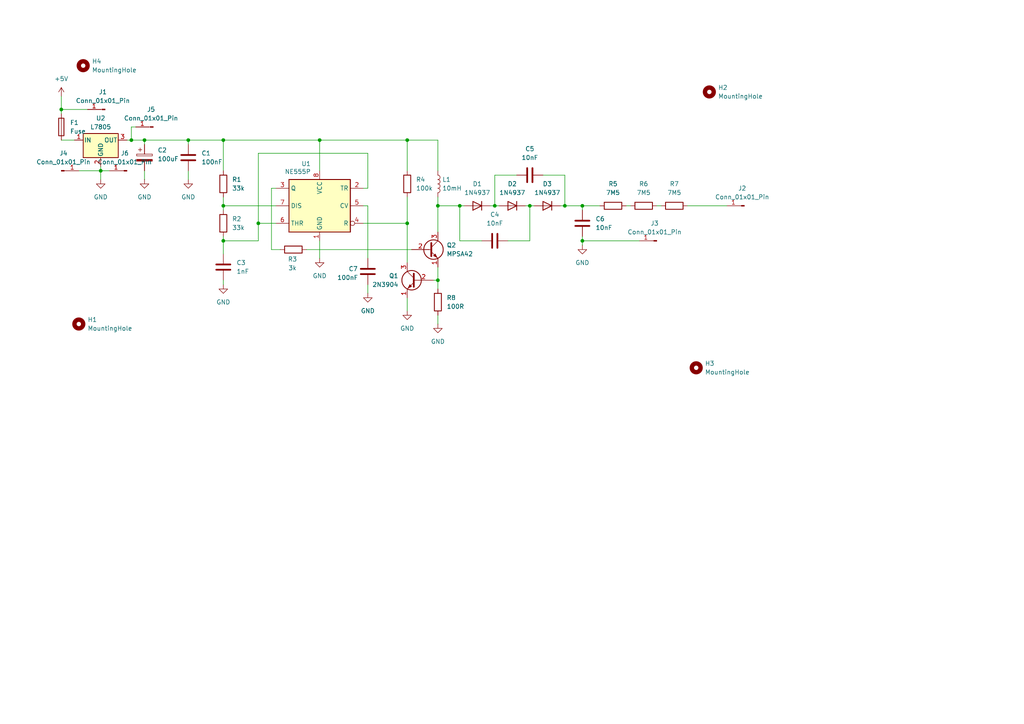
<source format=kicad_sch>
(kicad_sch (version 20231120) (generator "eeschema") (generator_version "8.0")
  (paper "A4")
  (lib_symbols
    (symbol "Connector:Conn_01x01_Pin" (pin_names (offset 1.016) hide)
      (property "Reference" "J" (at 0 2.54 0))
      (property "Value" "Conn_01x01_Pin" (at 0 -2.54 0))
      (symbol "Conn_01x01_Pin_1_1"
        (polyline (pts (xy 1.27 0) (xy 0.8636 0)) (stroke (width 0.1524)))
        (rectangle (start 0.8636 0.127) (end 0 -0.127) (stroke (width 0.1524)) (fill (type outline)))
        (pin passive line (at 5.08 0 180) (length 3.81) (name "Pin_1") (number "1"))
      )
    )
    (symbol "Device:C" (pin_numbers hide) (pin_names (offset 0.254))
      (property "Reference" "C" (at 0.635 2.54 0))
      (property "Value" "C" (at 0.635 -2.54 0))
      (symbol "C_0_1"
        (polyline (pts (xy -2.032 -0.762) (xy 2.032 -0.762)) (stroke (width 0.508)))
        (polyline (pts (xy -2.032 0.762) (xy 2.032 0.762)) (stroke (width 0.508)))
      )
      (symbol "C_1_1"
        (pin passive line (at 0 3.81 270) (length 2.794) (name "~") (number "1"))
        (pin passive line (at 0 -3.81 90) (length 2.794) (name "~") (number "2"))
      )
    )
    (symbol "Device:C_Polarized" (pin_numbers hide) (pin_names (offset 0.254))
      (property "Reference" "C" (at 0.635 2.54 0))
      (property "Value" "C_Polarized" (at 0.635 -2.54 0))
      (symbol "C_Polarized_0_1"
        (rectangle (start -2.286 0.508) (end 2.286 1.016))
        (polyline (pts (xy -1.778 2.286) (xy -0.762 2.286)))
        (polyline (pts (xy -1.27 2.794) (xy -1.27 1.778)))
        (rectangle (start 2.286 -0.508) (end -2.286 -1.016) (fill (type outline)))
      )
      (symbol "C_Polarized_1_1"
        (pin passive line (at 0 3.81 270) (length 2.794) (name "~") (number "1"))
        (pin passive line (at 0 -3.81 90) (length 2.794) (name "~") (number "2"))
      )
    )
    (symbol "Device:D" (pin_numbers hide) (pin_names (offset 1.016) hide)
      (property "Reference" "D" (at 0 2.54 0))
      (property "Value" "D" (at 0 -2.54 0))
      (symbol "D_0_1"
        (polyline (pts (xy -1.27 1.27) (xy -1.27 -1.27)) (stroke (width 0.254)))
        (polyline (pts (xy 1.27 0) (xy -1.27 0)))
        (polyline (pts (xy 1.27 1.27) (xy 1.27 -1.27) (xy -1.27 0) (xy 1.27 1.27)) (stroke (width 0.254)))
      )
      (symbol "D_1_1"
        (pin passive line (at -3.81 0 0) (length 2.54) (name "K") (number "1"))
        (pin passive line (at 3.81 0 180) (length 2.54) (name "A") (number "2"))
      )
    )
    (symbol "Device:Fuse" (pin_numbers hide) (pin_names (offset 0))
      (property "Reference" "F" (at 2.032 0 90))
      (property "Value" "Fuse" (at -1.905 0 90))
      (symbol "Fuse_0_1"
        (rectangle (start -0.762 -2.54) (end 0.762 2.54) (stroke (width 0.254)))
        (polyline (pts (xy 0 2.54) (xy 0 -2.54)))
      )
      (symbol "Fuse_1_1"
        (pin passive line (at 0 3.81 270) (length 1.27) (name "~") (number "1"))
        (pin passive line (at 0 -3.81 90) (length 1.27) (name "~") (number "2"))
      )
    )
    (symbol "Device:L" (pin_numbers hide) (pin_names (offset 1.016) hide)
      (property "Reference" "L" (at -1.27 0 90))
      (property "Value" "L" (at 1.905 0 90))
      (symbol "L_0_1"
        (arc (start 0 -2.54) (mid 0.6323 -1.905) (end 0 -1.27))
        (arc (start 0 -1.27) (mid 0.6323 -0.635) (end 0 0))
        (arc (start 0 0) (mid 0.6323 0.635) (end 0 1.27))
        (arc (start 0 1.27) (mid 0.6323 1.905) (end 0 2.54))
      )
      (symbol "L_1_1"
        (pin passive line (at 0 3.81 270) (length 1.27) (name "1") (number "1"))
        (pin passive line (at 0 -3.81 90) (length 1.27) (name "2") (number "2"))
      )
    )
    (symbol "Device:R" (pin_numbers hide) (pin_names (offset 0))
      (property "Reference" "R" (at 2.032 0 90))
      (property "Value" "R" (at 0 0 90))
      (symbol "R_0_1"
        (rectangle (start -1.016 -2.54) (end 1.016 2.54) (stroke (width 0.254)))
      )
      (symbol "R_1_1"
        (pin passive line (at 0 3.81 270) (length 1.27) (name "~") (number "1"))
        (pin passive line (at 0 -3.81 90) (length 1.27) (name "~") (number "2"))
      )
    )
    (symbol "Mechanical:MountingHole" (pin_names (offset 1.016)) (exclude_from_sim yes) (in_bom no)
      (property "Reference" "H" (at 0 5.08 0))
      (property "Value" "MountingHole" (at 0 3.175 0))
      (symbol "MountingHole_0_1"
        (circle (center 0 0) (radius 1.27) (stroke (width 1.27)))
      )
    )
    (symbol "Regulator_Linear:L7805" (pin_names (offset 0.254))
      (property "Reference" "U" (at -3.81 3.175 0))
      (property "Value" "L7805" (at 0 3.175 0))
      (symbol "L7805_0_1"
        (rectangle (start -5.08 1.905) (end 5.08 -5.08) (stroke (width 0.254)) (fill (type background)))
      )
      (symbol "L7805_1_1"
        (pin power_in line (at -7.62 0 0) (length 2.54) (name "IN") (number "1"))
        (pin power_in line (at 0 -7.62 90) (length 2.54) (name "GND") (number "2"))
        (pin power_out line (at 7.62 0 180) (length 2.54) (name "OUT") (number "3"))
      )
    )
    (symbol "Timer:NE555P"
      (property "Reference" "U" (at -10.16 8.89 0))
      (property "Value" "NE555P" (at 2.54 8.89 0))
      (symbol "NE555P_0_0"
        (pin power_in line (at 0 -10.16 90) (length 2.54) (name "GND") (number "1"))
        (pin power_in line (at 0 10.16 270) (length 2.54) (name "VCC") (number "8"))
      )
      (symbol "NE555P_0_1"
        (rectangle (start -8.89 -7.62) (end 8.89 7.62) (stroke (width 0.254)) (fill (type background)))
        (rectangle (start -8.89 -7.62) (end 8.89 7.62) (stroke (width 0.254)) (fill (type background)))
      )
      (symbol "NE555P_1_1"
        (pin input line (at -12.7 5.08 0) (length 3.81) (name "TR") (number "2"))
        (pin output line (at 12.7 5.08 180) (length 3.81) (name "Q") (number "3"))
        (pin input inverted (at -12.7 -5.08 0) (length 3.81) (name "R") (number "4"))
        (pin input line (at -12.7 0 0) (length 3.81) (name "CV") (number "5"))
        (pin input line (at 12.7 -5.08 180) (length 3.81) (name "THR") (number "6"))
        (pin input line (at 12.7 0 180) (length 3.81) (name "DIS") (number "7"))
      )
    )
    (symbol "Transistor_BJT:2N3904" (pin_names (offset 0) hide)
      (property "Reference" "Q" (at 5.08 1.905 0))
      (property "Value" "2N3904" (at 5.08 0 0))
      (symbol "2N3904_0_1"
        (polyline (pts (xy 0.635 0.635) (xy 2.54 2.54)))
        (polyline (pts (xy 0.635 -0.635) (xy 2.54 -2.54) (xy 2.54 -2.54)))
        (polyline (pts (xy 0.635 1.905) (xy 0.635 -1.905) (xy 0.635 -1.905)) (stroke (width 0.508)))
        (polyline (pts (xy 1.27 -1.778) (xy 1.778 -1.27) (xy 2.286 -2.286) (xy 1.27 -1.778) (xy 1.27 -1.778)) (fill (type outline)))
        (circle (center 1.27 0) (radius 2.8194) (stroke (width 0.254)))
      )
      (symbol "2N3904_1_1"
        (pin passive line (at 2.54 -5.08 90) (length 2.54) (name "E") (number "1"))
        (pin passive line (at -5.08 0 0) (length 5.715) (name "B") (number "2"))
        (pin passive line (at 2.54 5.08 270) (length 2.54) (name "C") (number "3"))
      )
    )
    (symbol "Transistor_BJT:MPSA42" (pin_names (offset 1.016) hide)
      (property "Reference" "Q" (at 5.08 1.905 0))
      (property "Value" "MPSA42" (at 5.08 0 0))
      (symbol "MPSA42_0_1"
        (polyline (pts (xy 0 0) (xy 0.635 0)))
        (polyline (pts (xy 0.635 0.635) (xy 2.54 2.54)))
        (polyline (pts (xy 0.635 -0.635) (xy 2.54 -2.54) (xy 2.54 -2.54)))
        (polyline (pts (xy 0.635 1.905) (xy 0.635 -1.905) (xy 0.635 -1.905)) (stroke (width 0.508)))
        (polyline (pts (xy 1.27 -1.778) (xy 1.778 -1.27) (xy 2.286 -2.286) (xy 1.27 -1.778) (xy 1.27 -1.778)) (fill (type outline)))
        (circle (center 1.27 0) (radius 2.8194) (stroke (width 0.254)))
      )
      (symbol "MPSA42_1_1"
        (pin passive line (at 2.54 -5.08 90) (length 2.54) (name "E") (number "1"))
        (pin input line (at -5.08 0 0) (length 5.08) (name "B") (number "2"))
        (pin passive line (at 2.54 5.08 270) (length 2.54) (name "C") (number "3"))
      )
    )
    (symbol "power:+5V" (power) (pin_numbers hide) (pin_names (offset 0) hide)
      (property "Value" "+5V" (at 0 3.556 0))
      (symbol "+5V_0_1"
        (polyline (pts (xy -0.762 1.27) (xy 0 2.54)))
        (polyline (pts (xy 0 0) (xy 0 2.54)))
        (polyline (pts (xy 0 2.54) (xy 0.762 1.27)))
      )
      (symbol "+5V_1_1"
        (pin power_in line (at 0 0 90) (length 0) (name "~") (number "1"))
      )
    )
    (symbol "power:GND" (power) (pin_numbers hide) (pin_names (offset 0) hide)
      (property "Value" "GND" (at 0 -3.81 0))
      (symbol "GND_0_1"
        (polyline (pts (xy 0 0) (xy 0 -1.27) (xy 1.27 -1.27) (xy 0 -2.54) (xy -1.27 -1.27) (xy 0 -1.27)))
      )
      (symbol "GND_1_1"
        (pin power_in line (at 0 0 270) (length 0) (name "~") (number "1"))
      )
    )
  )
  (junction (at 41.91 40.64))
  (junction (at 118.11 64.77))
  (junction (at 153.67 59.69))
  (junction (at 163.83 59.69))
  (junction (at 168.91 69.85))
  (junction (at 127 81.28))
  (junction (at 54.61 40.64))
  (junction (at 64.77 69.85))
  (junction (at 168.91 59.69))
  (junction (at 64.77 40.64))
  (junction (at 29.21 49.53))
  (junction (at 92.71 40.64))
  (junction (at 143.51 59.69))
  (junction (at 38.1 40.64))
  (junction (at 127 59.69))
  (junction (at 118.11 40.64))
  (junction (at 74.93 64.77))
  (junction (at 17.78 31.75))
  (junction (at 64.77 59.69))
  (junction (at 133.35 59.69))
  (wire (pts (xy 118.11 86.36) (xy 118.11 90.17)))
  (wire (pts (xy 92.71 74.93) (xy 92.71 69.85)))
  (wire (pts (xy 74.93 64.77) (xy 80.01 64.77)))
  (wire (pts (xy 106.68 82.55) (xy 106.68 85.09)))
  (wire (pts (xy 133.35 59.69) (xy 134.62 59.69)))
  (wire (pts (xy 127 81.28) (xy 127 77.47)))
  (wire (pts (xy 64.77 40.64) (xy 64.77 49.53)))
  (wire (pts (xy 139.7 69.85) (xy 133.35 69.85)))
  (wire (pts (xy 105.41 64.77) (xy 118.11 64.77)))
  (wire (pts (xy 78.74 54.61) (xy 78.74 72.39)))
  (wire (pts (xy 105.41 54.61) (xy 106.68 54.61)))
  (wire (pts (xy 80.01 54.61) (xy 78.74 54.61)))
  (wire (pts (xy 181.61 59.69) (xy 182.88 59.69)))
  (wire (pts (xy 38.1 40.64) (xy 36.83 40.64)))
  (wire (pts (xy 54.61 52.07) (xy 54.61 49.53)))
  (wire (pts (xy 92.71 40.64) (xy 118.11 40.64)))
  (wire (pts (xy 118.11 64.77) (xy 118.11 76.2)))
  (wire (pts (xy 168.91 59.69) (xy 173.99 59.69)))
  (wire (pts (xy 162.56 59.69) (xy 163.83 59.69)))
  (wire (pts (xy 143.51 59.69) (xy 144.78 59.69)))
  (wire (pts (xy 163.83 50.8) (xy 163.83 59.69)))
  (wire (pts (xy 118.11 57.15) (xy 118.11 64.77)))
  (wire (pts (xy 157.48 50.8) (xy 163.83 50.8)))
  (wire (pts (xy 127 59.69) (xy 127 67.31)))
  (wire (pts (xy 17.78 31.75) (xy 25.4 31.75)))
  (wire (pts (xy 17.78 27.94) (xy 17.78 31.75)))
  (wire (pts (xy 152.4 59.69) (xy 153.67 59.69)))
  (wire (pts (xy 168.91 69.85) (xy 168.91 68.58)))
  (wire (pts (xy 143.51 50.8) (xy 143.51 59.69)))
  (wire (pts (xy 29.21 49.53) (xy 29.21 48.26)))
  (wire (pts (xy 41.91 40.64) (xy 54.61 40.64)))
  (wire (pts (xy 74.93 44.45) (xy 106.68 44.45)))
  (wire (pts (xy 199.39 59.69) (xy 210.82 59.69)))
  (wire (pts (xy 64.77 68.58) (xy 64.77 69.85)))
  (wire (pts (xy 142.24 59.69) (xy 143.51 59.69)))
  (wire (pts (xy 74.93 64.77) (xy 74.93 44.45)))
  (wire (pts (xy 106.68 59.69) (xy 105.41 59.69)))
  (wire (pts (xy 64.77 59.69) (xy 64.77 60.96)))
  (wire (pts (xy 41.91 40.64) (xy 41.91 41.91)))
  (wire (pts (xy 153.67 69.85) (xy 153.67 59.69)))
  (wire (pts (xy 64.77 59.69) (xy 80.01 59.69)))
  (wire (pts (xy 17.78 31.75) (xy 17.78 33.02)))
  (wire (pts (xy 92.71 40.64) (xy 92.71 49.53)))
  (wire (pts (xy 64.77 69.85) (xy 74.93 69.85)))
  (wire (pts (xy 41.91 40.64) (xy 38.1 40.64)))
  (wire (pts (xy 38.1 36.83) (xy 38.1 40.64)))
  (wire (pts (xy 127 81.28) (xy 125.73 81.28)))
  (wire (pts (xy 118.11 40.64) (xy 127 40.64)))
  (wire (pts (xy 31.75 49.53) (xy 29.21 49.53)))
  (wire (pts (xy 22.86 49.53) (xy 29.21 49.53)))
  (wire (pts (xy 168.91 59.69) (xy 168.91 60.96)))
  (wire (pts (xy 127 81.28) (xy 127 83.82)))
  (wire (pts (xy 39.37 36.83) (xy 38.1 36.83)))
  (wire (pts (xy 127 59.69) (xy 133.35 59.69)))
  (wire (pts (xy 153.67 59.69) (xy 154.94 59.69)))
  (wire (pts (xy 88.9 72.39) (xy 119.38 72.39)))
  (wire (pts (xy 149.86 50.8) (xy 143.51 50.8)))
  (wire (pts (xy 64.77 69.85) (xy 64.77 73.66)))
  (wire (pts (xy 127 40.64) (xy 127 49.53)))
  (wire (pts (xy 29.21 52.07) (xy 29.21 49.53)))
  (wire (pts (xy 133.35 69.85) (xy 133.35 59.69)))
  (wire (pts (xy 190.5 59.69) (xy 191.77 59.69)))
  (wire (pts (xy 147.32 69.85) (xy 153.67 69.85)))
  (wire (pts (xy 127 57.15) (xy 127 59.69)))
  (wire (pts (xy 41.91 49.53) (xy 41.91 52.07)))
  (wire (pts (xy 168.91 69.85) (xy 185.42 69.85)))
  (wire (pts (xy 54.61 40.64) (xy 54.61 41.91)))
  (wire (pts (xy 74.93 69.85) (xy 74.93 64.77)))
  (wire (pts (xy 168.91 71.12) (xy 168.91 69.85)))
  (wire (pts (xy 17.78 40.64) (xy 21.59 40.64)))
  (wire (pts (xy 163.83 59.69) (xy 168.91 59.69)))
  (wire (pts (xy 118.11 40.64) (xy 118.11 49.53)))
  (wire (pts (xy 64.77 57.15) (xy 64.77 59.69)))
  (wire (pts (xy 106.68 74.93) (xy 106.68 59.69)))
  (wire (pts (xy 127 91.44) (xy 127 93.98)))
  (wire (pts (xy 54.61 40.64) (xy 64.77 40.64)))
  (wire (pts (xy 78.74 72.39) (xy 81.28 72.39)))
  (wire (pts (xy 64.77 40.64) (xy 92.71 40.64)))
  (wire (pts (xy 64.77 82.55) (xy 64.77 81.28)))
  (wire (pts (xy 106.68 44.45) (xy 106.68 54.61)))
  (symbol (lib_id "power:+5V") (at 17.78 27.94 0) (unit 1)
    (property "Reference" "#PWR01" (effects (hide yes)))
    (property "Value" "+5V" (at 17.78 22.86 0))
    (property "Description" "Power symbol creates a global label with name \"+5V\"" (effects (hide yes)))
  )
  (symbol (lib_id "Mechanical:MountingHole") (at 205.74 26.67 0) (unit 1) (exclude_from_sim yes) (in_bom no)
    (property "Reference" "H2" (at 208.28 25.3999 0) (effects (justify left)))
    (property "Value" "MountingHole" (at 208.28 27.9399 0) (effects (justify left)))
    (property "Footprint" "MountingHole:MountingHole_3.2mm_M3" (effects (hide yes)))
    (property "Description" "Mounting Hole without connection" (effects (hide yes)))
  )
  (symbol (lib_id "Connector:Conn_01x01_Pin") (at 36.83 49.53 0) (mirror y) (unit 1)
    (property "Reference" "J6" (at 36.195 44.45 0))
    (property "Value" "Conn_01x01_Pin" (at 36.195 46.99 0))
    (property "Footprint" "Connector_Wire:SolderWire-1sqmm_1x01_D1.4mm_OD3.9mm" (effects (hide yes)))
    (property "Description" "Generic connector, single row, 01x01, script generated" (effects (hide yes)))
  )
  (symbol (lib_id "Device:C_Polarized") (at 41.91 45.72 0) (unit 1)
    (property "Reference" "C2" (at 45.72 43.5609 0) (effects (justify left)))
    (property "Value" "100uF" (at 45.72 46.1009 0) (effects (justify left)))
    (property "Footprint" "Capacitor_THT:CP_Radial_Tantal_D5.0mm_P5.00mm" (effects (hide yes)))
    (property "Description" "Polarized capacitor" (effects (hide yes)))
  )
  (symbol (lib_id "Device:C") (at 153.67 50.8 90) (unit 1)
    (property "Reference" "C5" (at 153.67 43.18 90))
    (property "Value" "10nF" (at 153.67 45.72 90))
    (property "Footprint" "Capacitor_THT:C_Disc_D5.0mm_W2.5mm_P5.00mm" (effects (hide yes)))
    (property "Description" "Unpolarized capacitor" (effects (hide yes)))
  )
  (symbol (lib_id "Device:R") (at 177.8 59.69 90) (unit 1)
    (property "Reference" "R5" (at 177.8 53.34 90))
    (property "Value" "7M5" (at 177.8 55.88 90))
    (property "Footprint" "Resistor_THT:R_Axial_DIN0207_L6.3mm_D2.5mm_P10.16mm_Horizontal" (effects (hide yes)))
    (property "Description" "Resistor" (effects (hide yes)))
  )
  (symbol (lib_id "Connector:Conn_01x01_Pin") (at 30.48 31.75 0) (mirror y) (unit 1)
    (property "Reference" "J1" (at 29.845 26.67 0))
    (property "Value" "Conn_01x01_Pin" (at 29.845 29.21 0))
    (property "Footprint" "Connector_Wire:SolderWire-1sqmm_1x01_D1.4mm_OD3.9mm" (effects (hide yes)))
    (property "Description" "Generic connector, single row, 01x01, script generated" (effects (hide yes)))
  )
  (symbol (lib_id "Mechanical:MountingHole") (at 22.86 93.98 0) (unit 1) (exclude_from_sim yes) (in_bom no)
    (property "Reference" "H1" (at 25.4 92.7099 0) (effects (justify left)))
    (property "Value" "MountingHole" (at 25.4 95.2499 0) (effects (justify left)))
    (property "Footprint" "MountingHole:MountingHole_3.2mm_M3" (effects (hide yes)))
    (property "Description" "Mounting Hole without connection" (effects (hide yes)))
  )
  (symbol (lib_id "Mechanical:MountingHole") (at 201.93 106.68 0) (unit 1) (exclude_from_sim yes) (in_bom no)
    (property "Reference" "H3" (at 204.47 105.4099 0) (effects (justify left)))
    (property "Value" "MountingHole" (at 204.47 107.9499 0) (effects (justify left)))
    (property "Footprint" "MountingHole:MountingHole_3.2mm_M3" (effects (hide yes)))
    (property "Description" "Mounting Hole without connection" (effects (hide yes)))
  )
  (symbol (lib_id "power:GND") (at 118.11 90.17 0) (unit 1)
    (property "Reference" "#PWR06" (effects (hide yes)))
    (property "Value" "GND" (at 118.11 95.25 0))
    (property "Description" "Power symbol creates a global label with name \"GND\" , ground" (effects (hide yes)))
  )
  (symbol (lib_id "power:GND") (at 168.91 71.12 0) (unit 1)
    (property "Reference" "#PWR07" (effects (hide yes)))
    (property "Value" "GND" (at 168.91 76.2 0))
    (property "Description" "Power symbol creates a global label with name \"GND\" , ground" (effects (hide yes)))
  )
  (symbol (lib_id "Device:R") (at 186.69 59.69 90) (unit 1)
    (property "Reference" "R6" (at 186.69 53.34 90))
    (property "Value" "7M5" (at 186.69 55.88 90))
    (property "Footprint" "Resistor_THT:R_Axial_DIN0207_L6.3mm_D2.5mm_P10.16mm_Horizontal" (effects (hide yes)))
    (property "Description" "Resistor" (effects (hide yes)))
  )
  (symbol (lib_id "Transistor_BJT:MPSA42") (at 124.46 72.39 0) (unit 1)
    (property "Reference" "Q2" (at 129.54 71.1199 0) (effects (justify left)))
    (property "Value" "MPSA42" (at 129.54 73.6599 0) (effects (justify left)))
    (property "Footprint" "Package_TO_SOT_THT:TO-92_Inline_Wide" (effects (hide yes)))
    (property "Datasheet" "http://www.onsemi.com/pub_link/Collateral/MPSA42-D.PDF" (effects (hide yes)))
    (property "Description" "0.5A Ic, 300V Vce, NPN High Voltage Transistor, TO-92" (effects (hide yes)))
  )
  (symbol (lib_id "Device:C") (at 64.77 77.47 0) (unit 1)
    (property "Reference" "C3" (at 68.58 76.1999 0) (effects (justify left)))
    (property "Value" "1nF" (at 68.58 78.7399 0) (effects (justify left)))
    (property "Footprint" "Capacitor_THT:C_Disc_D5.0mm_W2.5mm_P2.50mm" (effects (hide yes)))
    (property "Description" "Unpolarized capacitor" (effects (hide yes)))
  )
  (symbol (lib_id "power:GND") (at 54.61 52.07 0) (unit 1)
    (property "Reference" "#PWR03" (effects (hide yes)))
    (property "Value" "GND" (at 54.61 57.15 0))
    (property "Description" "Power symbol creates a global label with name \"GND\" , ground" (effects (hide yes)))
  )
  (symbol (lib_id "Transistor_BJT:2N3904") (at 120.65 81.28 0) (mirror y) (unit 1)
    (property "Reference" "Q1" (at 115.57 80.0099 0) (effects (justify left)))
    (property "Value" "2N3904" (at 115.57 82.5499 0) (effects (justify left)))
    (property "Footprint" "Package_TO_SOT_THT:TO-92_Inline_Wide" (effects (hide yes)))
    (property "Datasheet" "https://www.onsemi.com/pub/Collateral/2N3903-D.PDF" (effects (hide yes)))
    (property "Description" "0.2A Ic, 40V Vce, Small Signal NPN Transistor, TO-92" (effects (hide yes)))
  )
  (symbol (lib_id "Connector:Conn_01x01_Pin") (at 215.9 59.69 0) (mirror y) (unit 1)
    (property "Reference" "J2" (at 215.265 54.61 0))
    (property "Value" "Conn_01x01_Pin" (at 215.265 57.15 0))
    (property "Footprint" "Connector_Wire:SolderWire-1sqmm_1x01_D1.4mm_OD3.9mm" (effects (hide yes)))
    (property "Description" "Generic connector, single row, 01x01, script generated" (effects (hide yes)))
  )
  (symbol (lib_id "Device:R") (at 64.77 64.77 0) (unit 1)
    (property "Reference" "R2" (at 67.31 63.4999 0) (effects (justify left)))
    (property "Value" "33k" (at 67.31 66.0399 0) (effects (justify left)))
    (property "Footprint" "Resistor_THT:R_Axial_DIN0207_L6.3mm_D2.5mm_P10.16mm_Horizontal" (effects (hide yes)))
    (property "Description" "Resistor" (effects (hide yes)))
  )
  (symbol (lib_id "Device:R") (at 118.11 53.34 0) (unit 1)
    (property "Reference" "R4" (at 120.65 52.0699 0) (effects (justify left)))
    (property "Value" "100k" (at 120.65 54.6099 0) (effects (justify left)))
    (property "Footprint" "Resistor_THT:R_Axial_DIN0207_L6.3mm_D2.5mm_P10.16mm_Horizontal" (effects (hide yes)))
    (property "Description" "Resistor" (effects (hide yes)))
  )
  (symbol (lib_id "Device:D") (at 148.59 59.69 180) (unit 1)
    (property "Reference" "D2" (at 148.59 53.34 0))
    (property "Value" "1N4937" (at 148.59 55.88 0))
    (property "Footprint" "Diode_THT:D_DO-41_SOD81_P7.62mm_Horizontal" (effects (hide yes)))
    (property "Description" "Diode" (effects (hide yes)))
    (property "Sim.Device" "D" (effects (hide yes)))
    (property "Sim.Pins" "1=K 2=A" (effects (hide yes)))
  )
  (symbol (lib_id "power:GND") (at 92.71 74.93 0) (unit 1)
    (property "Reference" "#PWR04" (effects (hide yes)))
    (property "Value" "GND" (at 92.71 80.01 0))
    (property "Description" "Power symbol creates a global label with name \"GND\" , ground" (effects (hide yes)))
  )
  (symbol (lib_id "Regulator_Linear:L7805") (at 29.21 40.64 0) (unit 1)
    (property "Reference" "U2" (at 29.21 34.29 0))
    (property "Value" "L7805" (at 29.21 36.83 0))
    (property "Footprint" "Package_TO_SOT_THT:TO-220-3_Vertical" (effects (hide yes)))
    (property "Datasheet" "http://www.st.com/content/ccc/resource/technical/document/datasheet/41/4f/b3/b0/12/d4/47/88/CD00000444.pdf/files/CD00000444.pdf/jcr:content/translations/en.CD00000444.pdf" (effects (hide yes)))
    (property "Description" "Positive 1.5A 35V Linear Regulator, Fixed Output 5V, TO-220/TO-263/TO-252" (effects (hide yes)))
  )
  (symbol (lib_id "power:GND") (at 106.68 85.09 0) (unit 1)
    (property "Reference" "#PWR09" (effects (hide yes)))
    (property "Value" "GND" (at 106.68 90.17 0))
    (property "Description" "Power symbol creates a global label with name \"GND\" , ground" (effects (hide yes)))
  )
  (symbol (lib_id "Device:C") (at 168.91 64.77 0) (unit 1)
    (property "Reference" "C6" (at 172.72 63.4999 0) (effects (justify left)))
    (property "Value" "10nF" (at 172.72 66.0399 0) (effects (justify left)))
    (property "Footprint" "Capacitor_THT:C_Disc_D5.0mm_W2.5mm_P5.00mm" (effects (hide yes)))
    (property "Description" "Unpolarized capacitor" (effects (hide yes)))
  )
  (symbol (lib_id "power:GND") (at 127 93.98 0) (unit 1)
    (property "Reference" "#PWR010" (effects (hide yes)))
    (property "Value" "GND" (at 127 99.06 0))
    (property "Description" "Power symbol creates a global label with name \"GND\" , ground" (effects (hide yes)))
  )
  (symbol (lib_id "Device:C") (at 143.51 69.85 90) (unit 1)
    (property "Reference" "C4" (at 143.51 62.23 90))
    (property "Value" "10nF" (at 143.51 64.77 90))
    (property "Footprint" "Capacitor_THT:C_Disc_D5.0mm_W2.5mm_P5.00mm" (effects (hide yes)))
    (property "Description" "Unpolarized capacitor" (effects (hide yes)))
  )
  (symbol (lib_id "Device:D") (at 138.43 59.69 180) (unit 1)
    (property "Reference" "D1" (at 138.43 53.34 0))
    (property "Value" "1N4937" (at 138.43 55.88 0))
    (property "Footprint" "Diode_THT:D_DO-41_SOD81_P7.62mm_Horizontal" (effects (hide yes)))
    (property "Description" "Diode" (effects (hide yes)))
    (property "Sim.Device" "D" (effects (hide yes)))
    (property "Sim.Pins" "1=K 2=A" (effects (hide yes)))
  )
  (symbol (lib_id "Device:R") (at 127 87.63 0) (unit 1)
    (property "Reference" "R8" (at 129.54 86.3599 0) (effects (justify left)))
    (property "Value" "100R" (at 129.54 88.8999 0) (effects (justify left)))
    (property "Footprint" "Resistor_THT:R_Axial_DIN0516_L15.5mm_D5.0mm_P30.48mm_Horizontal" (effects (hide yes)))
    (property "Description" "Resistor" (effects (hide yes)))
  )
  (symbol (lib_id "Device:R") (at 64.77 53.34 180) (unit 1)
    (property "Reference" "R1" (at 67.31 52.0699 0) (effects (justify right)))
    (property "Value" "33k" (at 67.31 54.6099 0) (effects (justify right)))
    (property "Footprint" "Resistor_THT:R_Axial_DIN0207_L6.3mm_D2.5mm_P10.16mm_Horizontal" (effects (hide yes)))
    (property "Description" "Resistor" (effects (hide yes)))
  )
  (symbol (lib_id "Device:Fuse") (at 17.78 36.83 0) (unit 1)
    (property "Reference" "F1" (at 20.32 35.5599 0) (effects (justify left)))
    (property "Value" "Fuse" (at 20.32 38.0999 0) (effects (justify left)))
    (property "Footprint" "Fuse:Fuseholder_Cylinder-5x20mm_Stelvio-Kontek_PTF78_Horizontal_Open" (effects (hide yes)))
    (property "Description" "Fuse" (effects (hide yes)))
  )
  (symbol (lib_id "Device:L") (at 127 53.34 0) (unit 1)
    (property "Reference" "L1" (at 128.27 52.0699 0) (effects (justify left)))
    (property "Value" "10mH" (at 128.27 54.6099 0) (effects (justify left)))
    (property "Footprint" "Inductor_THT:L_Radial_D10.5mm_P5.00mm_Abacron_AISR-01" (effects (hide yes)))
    (property "Description" "Inductor" (effects (hide yes)))
  )
  (symbol (lib_id "Device:C") (at 54.61 45.72 0) (unit 1)
    (property "Reference" "C1" (at 58.42 44.4499 0) (effects (justify left)))
    (property "Value" "100nF" (at 58.42 46.9899 0) (effects (justify left)))
    (property "Footprint" "Capacitor_THT:C_Disc_D3.0mm_W2.0mm_P2.50mm" (effects (hide yes)))
    (property "Description" "Unpolarized capacitor" (effects (hide yes)))
  )
  (symbol (lib_id "power:GND") (at 29.21 52.07 0) (unit 1)
    (property "Reference" "#PWR08" (effects (hide yes)))
    (property "Value" "GND" (at 29.21 57.15 0))
    (property "Description" "Power symbol creates a global label with name \"GND\" , ground" (effects (hide yes)))
  )
  (symbol (lib_id "Connector:Conn_01x01_Pin") (at 190.5 69.85 0) (mirror y) (unit 1)
    (property "Reference" "J3" (at 189.865 64.77 0))
    (property "Value" "Conn_01x01_Pin" (at 189.865 67.31 0))
    (property "Footprint" "Connector_Wire:SolderWire-1sqmm_1x01_D1.4mm_OD3.9mm" (effects (hide yes)))
    (property "Description" "Generic connector, single row, 01x01, script generated" (effects (hide yes)))
  )
  (symbol (lib_id "power:GND") (at 64.77 82.55 0) (unit 1)
    (property "Reference" "#PWR05" (effects (hide yes)))
    (property "Value" "GND" (at 64.77 87.63 0))
    (property "Description" "Power symbol creates a global label with name \"GND\" , ground" (effects (hide yes)))
  )
  (symbol (lib_id "Mechanical:MountingHole") (at 24.13 19.05 0) (unit 1) (exclude_from_sim yes) (in_bom no)
    (property "Reference" "H4" (at 26.67 17.7799 0) (effects (justify left)))
    (property "Value" "MountingHole" (at 26.67 20.3199 0) (effects (justify left)))
    (property "Footprint" "MountingHole:MountingHole_3.2mm_M3" (effects (hide yes)))
    (property "Description" "Mounting Hole without connection" (effects (hide yes)))
  )
  (symbol (lib_id "Device:D") (at 158.75 59.69 180) (unit 1)
    (property "Reference" "D3" (at 158.75 53.34 0))
    (property "Value" "1N4937" (at 158.75 55.88 0))
    (property "Footprint" "Diode_THT:D_DO-41_SOD81_P7.62mm_Horizontal" (effects (hide yes)))
    (property "Description" "Diode" (effects (hide yes)))
    (property "Sim.Device" "D" (effects (hide yes)))
    (property "Sim.Pins" "1=K 2=A" (effects (hide yes)))
  )
  (symbol (lib_id "Connector:Conn_01x01_Pin") (at 17.78 49.53 0) (unit 1)
    (property "Reference" "J4" (at 18.415 44.45 0))
    (property "Value" "Conn_01x01_Pin" (at 18.415 46.99 0))
    (property "Footprint" "Connector_Wire:SolderWire-1sqmm_1x01_D1.4mm_OD3.9mm" (effects (hide yes)))
    (property "Description" "Generic connector, single row, 01x01, script generated" (effects (hide yes)))
  )
  (symbol (lib_id "Connector:Conn_01x01_Pin") (at 44.45 36.83 0) (mirror y) (unit 1)
    (property "Reference" "J5" (at 43.815 31.75 0))
    (property "Value" "Conn_01x01_Pin" (at 43.815 34.29 0))
    (property "Footprint" "Connector_Wire:SolderWire-1sqmm_1x01_D1.4mm_OD3.9mm" (effects (hide yes)))
    (property "Description" "Generic connector, single row, 01x01, script generated" (effects (hide yes)))
  )
  (symbol (lib_id "power:GND") (at 41.91 52.07 0) (unit 1)
    (property "Reference" "#PWR02" (effects (hide yes)))
    (property "Value" "GND" (at 41.91 57.15 0))
    (property "Description" "Power symbol creates a global label with name \"GND\" , ground" (effects (hide yes)))
  )
  (symbol (lib_id "Timer:NE555P") (at 92.71 59.69 0) (mirror y) (unit 1)
    (property "Reference" "U1" (at 90.17 47.498 0) (effects (justify left)))
    (property "Value" "NE555P" (at 90.17 49.784 0) (effects (justify left)))
    (property "Footprint" "Package_DIP:DIP-8_W7.62mm_Socket" (effects (hide yes)))
    (property "Datasheet" "http://www.ti.com/lit/ds/symlink/ne555.pdf" (effects (hide yes)))
    (property "Description" "Precision Timers, 555 compatible,  PDIP-8" (effects (hide yes)))
  )
  (symbol (lib_id "Device:R") (at 195.58 59.69 90) (unit 1)
    (property "Reference" "R7" (at 195.58 53.34 90))
    (property "Value" "7M5" (at 195.58 55.88 90))
    (property "Footprint" "Resistor_THT:R_Axial_DIN0207_L6.3mm_D2.5mm_P10.16mm_Horizontal" (effects (hide yes)))
    (property "Description" "Resistor" (effects (hide yes)))
  )
  (symbol (lib_id "Device:C") (at 106.68 78.74 0) (unit 1)
    (property "Reference" "C7" (at 101.092 77.978 0) (effects (justify left)))
    (property "Value" "100nF" (at 97.79 80.518 0) (effects (justify left)))
    (property "Footprint" "Capacitor_THT:C_Disc_D4.3mm_W1.9mm_P5.00mm" (effects (hide yes)))
    (property "Description" "Unpolarized capacitor" (effects (hide yes)))
  )
  (symbol (lib_id "Device:R") (at 85.09 72.39 270) (unit 1)
    (property "Reference" "R3" (at 84.836 75.184 90))
    (property "Value" "3k" (at 84.836 77.724 90))
    (property "Footprint" "Resistor_THT:R_Axial_DIN0207_L6.3mm_D2.5mm_P10.16mm_Horizontal" (effects (hide yes)))
    (property "Description" "Resistor" (effects (hide yes)))
  )
)
</source>
